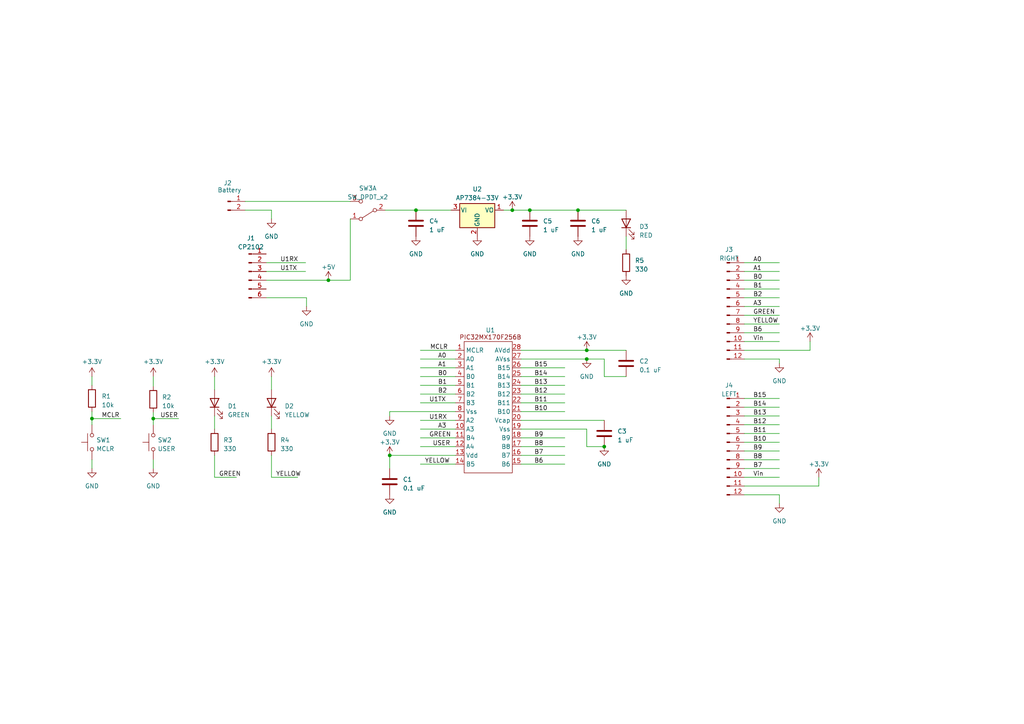
<source format=kicad_sch>
(kicad_sch (version 20230121) (generator eeschema)
  (paper "A4")
  (lib_symbols
    (symbol "Connector:Conn_01x02_Pin" (pin_names (offset 1.016) hide)
      (property "Reference" "J" (at 0 2.54 0))
      (property "Value" "Conn_01x02_Pin" (at 0 -5.08 0))
      (symbol "Conn_01x02_Pin_1_1"
        (polyline (pts (xy 1.27 -2.54) (xy 0.8636 -2.54)) (stroke (width 0.1524)))
        (polyline (pts (xy 1.27 0) (xy 0.8636 0)) (stroke (width 0.1524)))
        (rectangle (start 0.8636 -2.413) (end 0 -2.667) (stroke (width 0.1524)) (fill (type outline)))
        (rectangle (start 0.8636 0.127) (end 0 -0.127) (stroke (width 0.1524)) (fill (type outline)))
        (pin passive line (at 5.08 0 180) (length 3.81) (name "Pin_1") (number "1"))
        (pin passive line (at 5.08 -2.54 180) (length 3.81) (name "Pin_2") (number "2"))
      )
    )
    (symbol "Connector:Conn_01x12_Pin" (pin_names (offset 1.016) hide)
      (property "Reference" "J" (at 0 15.24 0))
      (property "Value" "Conn_01x12_Pin" (at 0 -17.78 0))
      (symbol "Conn_01x12_Pin_1_1"
        (polyline (pts (xy 1.27 -15.24) (xy 0.8636 -15.24)) (stroke (width 0.1524)))
        (polyline (pts (xy 1.27 -12.7) (xy 0.8636 -12.7)) (stroke (width 0.1524)))
        (polyline (pts (xy 1.27 -10.16) (xy 0.8636 -10.16)) (stroke (width 0.1524)))
        (polyline (pts (xy 1.27 -7.62) (xy 0.8636 -7.62)) (stroke (width 0.1524)))
        (polyline (pts (xy 1.27 -5.08) (xy 0.8636 -5.08)) (stroke (width 0.1524)))
        (polyline (pts (xy 1.27 -2.54) (xy 0.8636 -2.54)) (stroke (width 0.1524)))
        (polyline (pts (xy 1.27 0) (xy 0.8636 0)) (stroke (width 0.1524)))
        (polyline (pts (xy 1.27 2.54) (xy 0.8636 2.54)) (stroke (width 0.1524)))
        (polyline (pts (xy 1.27 5.08) (xy 0.8636 5.08)) (stroke (width 0.1524)))
        (polyline (pts (xy 1.27 7.62) (xy 0.8636 7.62)) (stroke (width 0.1524)))
        (polyline (pts (xy 1.27 10.16) (xy 0.8636 10.16)) (stroke (width 0.1524)))
        (polyline (pts (xy 1.27 12.7) (xy 0.8636 12.7)) (stroke (width 0.1524)))
        (rectangle (start 0.8636 -15.113) (end 0 -15.367) (stroke (width 0.1524)) (fill (type outline)))
        (rectangle (start 0.8636 -12.573) (end 0 -12.827) (stroke (width 0.1524)) (fill (type outline)))
        (rectangle (start 0.8636 -10.033) (end 0 -10.287) (stroke (width 0.1524)) (fill (type outline)))
        (rectangle (start 0.8636 -7.493) (end 0 -7.747) (stroke (width 0.1524)) (fill (type outline)))
        (rectangle (start 0.8636 -4.953) (end 0 -5.207) (stroke (width 0.1524)) (fill (type outline)))
        (rectangle (start 0.8636 -2.413) (end 0 -2.667) (stroke (width 0.1524)) (fill (type outline)))
        (rectangle (start 0.8636 0.127) (end 0 -0.127) (stroke (width 0.1524)) (fill (type outline)))
        (rectangle (start 0.8636 2.667) (end 0 2.413) (stroke (width 0.1524)) (fill (type outline)))
        (rectangle (start 0.8636 5.207) (end 0 4.953) (stroke (width 0.1524)) (fill (type outline)))
        (rectangle (start 0.8636 7.747) (end 0 7.493) (stroke (width 0.1524)) (fill (type outline)))
        (rectangle (start 0.8636 10.287) (end 0 10.033) (stroke (width 0.1524)) (fill (type outline)))
        (rectangle (start 0.8636 12.827) (end 0 12.573) (stroke (width 0.1524)) (fill (type outline)))
        (pin passive line (at 5.08 12.7 180) (length 3.81) (name "Pin_1") (number "1"))
        (pin passive line (at 5.08 -10.16 180) (length 3.81) (name "Pin_10") (number "10"))
        (pin passive line (at 5.08 -12.7 180) (length 3.81) (name "Pin_11") (number "11"))
        (pin passive line (at 5.08 -15.24 180) (length 3.81) (name "Pin_12") (number "12"))
        (pin passive line (at 5.08 10.16 180) (length 3.81) (name "Pin_2") (number "2"))
        (pin passive line (at 5.08 7.62 180) (length 3.81) (name "Pin_3") (number "3"))
        (pin passive line (at 5.08 5.08 180) (length 3.81) (name "Pin_4") (number "4"))
        (pin passive line (at 5.08 2.54 180) (length 3.81) (name "Pin_5") (number "5"))
        (pin passive line (at 5.08 0 180) (length 3.81) (name "Pin_6") (number "6"))
        (pin passive line (at 5.08 -2.54 180) (length 3.81) (name "Pin_7") (number "7"))
        (pin passive line (at 5.08 -5.08 180) (length 3.81) (name "Pin_8") (number "8"))
        (pin passive line (at 5.08 -7.62 180) (length 3.81) (name "Pin_9") (number "9"))
      )
    )
    (symbol "Device:C" (pin_numbers hide) (pin_names (offset 0.254))
      (property "Reference" "C" (at 0.635 2.54 0))
      (property "Value" "C" (at 0.635 -2.54 0))
      (symbol "C_0_1"
        (polyline (pts (xy -2.032 -0.762) (xy 2.032 -0.762)) (stroke (width 0.508)))
        (polyline (pts (xy -2.032 0.762) (xy 2.032 0.762)) (stroke (width 0.508)))
      )
      (symbol "C_1_1"
        (pin passive line (at 0 3.81 270) (length 2.794) (name "~") (number "1"))
        (pin passive line (at 0 -3.81 90) (length 2.794) (name "~") (number "2"))
      )
    )
    (symbol "Device:LED" (pin_numbers hide) (pin_names (offset 1.016) hide)
      (property "Reference" "D" (at 0 2.54 0))
      (property "Value" "LED" (at 0 -2.54 0))
      (symbol "LED_0_1"
        (polyline (pts (xy -1.27 -1.27) (xy -1.27 1.27)) (stroke (width 0.254)))
        (polyline (pts (xy -1.27 0) (xy 1.27 0)))
        (polyline (pts (xy 1.27 -1.27) (xy 1.27 1.27) (xy -1.27 0) (xy 1.27 -1.27)) (stroke (width 0.254)))
        (polyline (pts (xy -3.048 -0.762) (xy -4.572 -2.286) (xy -3.81 -2.286) (xy -4.572 -2.286) (xy -4.572 -1.524)))
        (polyline (pts (xy -1.778 -0.762) (xy -3.302 -2.286) (xy -2.54 -2.286) (xy -3.302 -2.286) (xy -3.302 -1.524)))
      )
      (symbol "LED_1_1"
        (pin passive line (at -3.81 0 0) (length 2.54) (name "K") (number "1"))
        (pin passive line (at 3.81 0 180) (length 2.54) (name "A") (number "2"))
      )
    )
    (symbol "Device:R" (pin_numbers hide) (pin_names (offset 0))
      (property "Reference" "R" (at 2.032 0 90))
      (property "Value" "R" (at 0 0 90))
      (symbol "R_0_1"
        (rectangle (start -1.016 -2.54) (end 1.016 2.54) (stroke (width 0.254)))
      )
      (symbol "R_1_1"
        (pin passive line (at 0 3.81 270) (length 1.27) (name "~") (number "1"))
        (pin passive line (at 0 -3.81 90) (length 1.27) (name "~") (number "2"))
      )
    )
    (symbol "Switch:SW_DPDT_x2" (pin_names (offset 0) hide)
      (property "Reference" "SW" (at 0 4.318 0))
      (property "Value" "SW_DPDT_x2" (at 0 -5.08 0))
      (symbol "SW_DPDT_x2_0_0"
        (circle (center -2.032 0) (radius 0.508))
        (circle (center 2.032 -2.54) (radius 0.508))
      )
      (symbol "SW_DPDT_x2_0_1"
        (polyline (pts (xy -1.524 0.254) (xy 1.651 2.286)))
        (circle (center 2.032 2.54) (radius 0.508))
      )
      (symbol "SW_DPDT_x2_1_1"
        (pin passive line (at 5.08 2.54 180) (length 2.54) (name "A") (number "1"))
        (pin passive line (at -5.08 0 0) (length 2.54) (name "B") (number "2"))
        (pin passive line (at 5.08 -2.54 180) (length 2.54) (name "C") (number "3"))
      )
      (symbol "SW_DPDT_x2_2_1"
        (pin passive line (at 5.08 2.54 180) (length 2.54) (name "A") (number "4"))
        (pin passive line (at -5.08 0 0) (length 2.54) (name "B") (number "5"))
        (pin passive line (at 5.08 -2.54 180) (length 2.54) (name "C") (number "6"))
      )
    )
    (symbol "Switch:SW_Push" (pin_numbers hide) (pin_names (offset 1.016) hide)
      (property "Reference" "SW" (at 1.27 2.54 0))
      (property "Value" "SW_Push" (at 0 -1.524 0))
      (symbol "SW_Push_0_1"
        (circle (center -2.032 0) (radius 0.508))
        (polyline (pts (xy 0 1.27) (xy 0 3.048)))
        (polyline (pts (xy 2.54 1.27) (xy -2.54 1.27)))
        (circle (center 2.032 0) (radius 0.508))
        (pin passive line (at -5.08 0 0) (length 2.54) (name "1") (number "1"))
        (pin passive line (at 5.08 0 180) (length 2.54) (name "2") (number "2"))
      )
    )
    (symbol "hw4:AP7384-33V" (pin_names (offset 0.254))
      (property "Reference" "U" (at -3.81 3.175 0))
      (property "Value" "AP7384-33V" (at 0 3.175 0))
      (symbol "AP7384-33V_0_1"
        (rectangle (start -5.08 1.905) (end 5.08 -5.08) (stroke (width 0.254)) (fill (type background)))
      )
      (symbol "AP7384-33V_1_1"
        (pin power_out line (at 7.62 0 180) (length 2.54) (name "VO") (number "1"))
        (pin power_in line (at 0 -7.62 90) (length 2.54) (name "GND") (number "2"))
        (pin power_in line (at -7.62 0 0) (length 2.54) (name "VI") (number "3"))
      )
    )
    (symbol "hw4:Conn_01x06_Pin" (pin_names (offset 1.016) hide)
      (property "Reference" "J" (at 1.27 11.43 0))
      (property "Value" "CP2102" (at 1.27 8.89 0))
      (symbol "Conn_01x06_Pin_1_1"
        (polyline (pts (xy 1.27 -7.62) (xy 0.8636 -7.62)) (stroke (width 0.1524)))
        (polyline (pts (xy 1.27 -5.08) (xy 0.8636 -5.08)) (stroke (width 0.1524)))
        (polyline (pts (xy 1.27 -2.54) (xy 0.8636 -2.54)) (stroke (width 0.1524)))
        (polyline (pts (xy 1.27 0) (xy 0.8636 0)) (stroke (width 0.1524)))
        (polyline (pts (xy 1.27 2.54) (xy 0.8636 2.54)) (stroke (width 0.1524)))
        (polyline (pts (xy 1.27 5.08) (xy 0.8636 5.08)) (stroke (width 0.1524)))
        (rectangle (start 0.8636 -7.493) (end 0 -7.747) (stroke (width 0.1524)) (fill (type outline)))
        (rectangle (start 0.8636 -4.953) (end 0 -5.207) (stroke (width 0.1524)) (fill (type outline)))
        (rectangle (start 0.8636 -2.413) (end 0 -2.667) (stroke (width 0.1524)) (fill (type outline)))
        (rectangle (start 0.8636 0.127) (end 0 -0.127) (stroke (width 0.1524)) (fill (type outline)))
        (rectangle (start 0.8636 2.667) (end 0 2.413) (stroke (width 0.1524)) (fill (type outline)))
        (rectangle (start 0.8636 5.207) (end 0 4.953) (stroke (width 0.1524)) (fill (type outline)))
        (pin passive line (at 5.08 5.08 180) (length 3.81) (name "Pin_1") (number "1"))
        (pin passive line (at 5.08 2.54 180) (length 3.81) (name "Pin_2") (number "2"))
        (pin passive line (at 5.08 0 180) (length 3.81) (name "Pin_3") (number "3"))
        (pin passive line (at 5.08 -2.54 180) (length 3.81) (name "Pin_4") (number "4"))
        (pin passive line (at 5.08 -5.08 180) (length 3.81) (name "Pin_5") (number "5"))
        (pin passive line (at 5.08 -7.62 180) (length 3.81) (name "Pin_6") (number "6"))
      )
    )
    (symbol "hw4:PIC32"
      (property "Reference" "U1" (at 1.27 21.59 0))
      (symbol "PIC32_1_1"
        (rectangle (start -6.35 17.78) (end 7.62 -20.32))
        (text "PIC32MX170F256B" (at 1.27 19.05 0) (effects (font (size 1.27 1.27))))
        (pin input line (at -8.89 15.24 0) (length 2.54) (name "MCLR") (number "1"))
        (pin input line (at -8.89 -7.62 0) (length 2.54) (name "A3") (number "10"))
        (pin input line (at -8.89 -10.16 0) (length 2.54) (name "B4") (number "11"))
        (pin input line (at -8.89 -12.7 0) (length 2.54) (name "A4") (number "12"))
        (pin input line (at -8.89 -15.24 0) (length 2.54) (name "Vdd") (number "13"))
        (pin input line (at -8.89 -17.78 0) (length 2.54) (name "B5") (number "14"))
        (pin input line (at 10.16 -17.78 180) (length 2.54) (name "B6") (number "15"))
        (pin input line (at 10.16 -15.24 180) (length 2.54) (name "B7") (number "16"))
        (pin input line (at 10.16 -12.7 180) (length 2.54) (name "B8") (number "17"))
        (pin input line (at 10.16 -10.16 180) (length 2.54) (name "B9") (number "18"))
        (pin input line (at 10.16 -7.62 180) (length 2.54) (name "Vss") (number "19"))
        (pin input line (at -8.89 12.7 0) (length 2.54) (name "A0") (number "2"))
        (pin input line (at 10.16 -5.08 180) (length 2.54) (name "Vcap") (number "20"))
        (pin input line (at 10.16 -2.54 180) (length 2.54) (name "B10") (number "21"))
        (pin input line (at 10.16 0 180) (length 2.54) (name "B11") (number "22"))
        (pin input line (at 10.16 2.54 180) (length 2.54) (name "B12") (number "23"))
        (pin input line (at 10.16 5.08 180) (length 2.54) (name "B13") (number "24"))
        (pin input line (at 10.16 7.62 180) (length 2.54) (name "B14") (number "25"))
        (pin input line (at 10.16 10.16 180) (length 2.54) (name "B15") (number "26"))
        (pin input line (at 10.16 12.7 180) (length 2.54) (name "AVss") (number "27"))
        (pin input line (at 10.16 15.24 180) (length 2.54) (name "AVdd") (number "28"))
        (pin input line (at -8.89 10.16 0) (length 2.54) (name "A1") (number "3"))
        (pin input line (at -8.89 7.62 0) (length 2.54) (name "B0") (number "4"))
        (pin input line (at -8.89 5.08 0) (length 2.54) (name "B1") (number "5"))
        (pin input line (at -8.89 2.54 0) (length 2.54) (name "B2") (number "6"))
        (pin input line (at -8.89 0 0) (length 2.54) (name "B3") (number "7"))
        (pin input line (at -8.89 -2.54 0) (length 2.54) (name "Vss") (number "8"))
        (pin input line (at -8.89 -5.08 0) (length 2.54) (name "A2") (number "9"))
      )
    )
    (symbol "power:+3.3V" (power) (pin_names (offset 0))
      (property "Value" "+3.3V" (at 0 3.556 0))
      (symbol "+3.3V_0_1"
        (polyline (pts (xy -0.762 1.27) (xy 0 2.54)))
        (polyline (pts (xy 0 0) (xy 0 2.54)))
        (polyline (pts (xy 0 2.54) (xy 0.762 1.27)))
      )
      (symbol "+3.3V_1_1"
        (pin power_in line (at 0 0 90) (length 0) hide (name "+3.3V") (number "1"))
      )
    )
    (symbol "power:+5V" (power) (pin_names (offset 0))
      (property "Value" "+5V" (at 0 3.556 0))
      (symbol "+5V_0_1"
        (polyline (pts (xy -0.762 1.27) (xy 0 2.54)))
        (polyline (pts (xy 0 0) (xy 0 2.54)))
        (polyline (pts (xy 0 2.54) (xy 0.762 1.27)))
      )
      (symbol "+5V_1_1"
        (pin power_in line (at 0 0 90) (length 0) hide (name "+5V") (number "1"))
      )
    )
    (symbol "power:GND" (power) (pin_names (offset 0))
      (property "Value" "GND" (at 0 -3.81 0))
      (symbol "GND_0_1"
        (polyline (pts (xy 0 0) (xy 0 -1.27) (xy 1.27 -1.27) (xy 0 -2.54) (xy -1.27 -1.27) (xy 0 -1.27)))
      )
      (symbol "GND_1_1"
        (pin power_in line (at 0 0 270) (length 0) hide (name "GND") (number "1"))
      )
    )
  )
  (junction (at 44.45 121.412))
  (junction (at 153.67 60.96))
  (junction (at 148.59 60.96))
  (junction (at 120.65 60.96))
  (junction (at 95.25 81.28))
  (junction (at 113.03 132.08))
  (junction (at 175.26 129.54))
  (junction (at 170.18 104.14))
  (junction (at 167.64 60.96))
  (junction (at 170.18 101.6))
  (junction (at 26.67 121.412))
  (wire (pts (xy 62.23 138.43) (xy 68.58 138.43)))
  (wire (pts (xy 121.92 116.84) (xy 132.08 116.84)))
  (wire (pts (xy 121.92 101.6) (xy 132.08 101.6)))
  (wire (pts (xy 121.92 134.62) (xy 132.08 134.62)))
  (wire (pts (xy 78.74 60.96) (xy 78.74 63.5)))
  (wire (pts (xy 113.03 119.38) (xy 113.03 120.65)))
  (wire (pts (xy 215.9 123.19) (xy 226.06 123.19)))
  (wire (pts (xy 121.92 114.3) (xy 132.08 114.3)))
  (wire (pts (xy 26.67 109.22) (xy 26.67 111.76)))
  (wire (pts (xy 151.13 101.6) (xy 170.18 101.6)))
  (wire (pts (xy 151.13 106.68) (xy 163.83 106.68)))
  (wire (pts (xy 44.45 121.412) (xy 51.816 121.412)))
  (wire (pts (xy 170.18 124.46) (xy 170.18 129.54)))
  (wire (pts (xy 151.13 111.76) (xy 163.83 111.76)))
  (wire (pts (xy 226.06 143.51) (xy 226.06 146.05)))
  (wire (pts (xy 215.9 125.73) (xy 226.06 125.73)))
  (wire (pts (xy 170.18 104.14) (xy 175.26 104.14)))
  (wire (pts (xy 26.67 121.412) (xy 26.67 123.19)))
  (wire (pts (xy 215.9 81.28) (xy 226.06 81.28)))
  (wire (pts (xy 215.9 93.98) (xy 226.06 93.98)))
  (wire (pts (xy 215.9 133.35) (xy 226.06 133.35)))
  (wire (pts (xy 62.23 120.65) (xy 62.23 124.46)))
  (wire (pts (xy 226.06 104.14) (xy 226.06 105.41)))
  (wire (pts (xy 121.92 121.92) (xy 132.08 121.92)))
  (wire (pts (xy 71.12 60.96) (xy 78.74 60.96)))
  (wire (pts (xy 151.13 132.08) (xy 163.83 132.08)))
  (wire (pts (xy 175.26 104.14) (xy 175.26 109.22)))
  (wire (pts (xy 44.45 109.22) (xy 44.45 112.014)))
  (wire (pts (xy 234.95 99.06) (xy 234.95 101.6)))
  (wire (pts (xy 215.9 83.82) (xy 226.06 83.82)))
  (wire (pts (xy 77.216 78.74) (xy 88.646 78.74)))
  (wire (pts (xy 88.9 86.36) (xy 88.9 88.9)))
  (wire (pts (xy 111.76 60.96) (xy 120.65 60.96)))
  (wire (pts (xy 215.9 128.27) (xy 226.06 128.27)))
  (wire (pts (xy 215.9 91.44) (xy 226.06 91.44)))
  (wire (pts (xy 26.67 119.38) (xy 26.67 121.412)))
  (wire (pts (xy 215.9 115.57) (xy 226.06 115.57)))
  (wire (pts (xy 44.45 133.35) (xy 44.45 135.89)))
  (wire (pts (xy 44.45 119.634) (xy 44.45 121.412)))
  (wire (pts (xy 215.9 118.11) (xy 226.06 118.11)))
  (wire (pts (xy 151.13 116.84) (xy 163.83 116.84)))
  (wire (pts (xy 215.9 78.74) (xy 226.06 78.74)))
  (wire (pts (xy 151.13 121.92) (xy 175.26 121.92)))
  (wire (pts (xy 175.26 109.22) (xy 181.61 109.22)))
  (wire (pts (xy 120.65 60.96) (xy 130.81 60.96)))
  (wire (pts (xy 215.9 130.81) (xy 226.06 130.81)))
  (wire (pts (xy 62.23 132.08) (xy 62.23 138.43)))
  (wire (pts (xy 78.74 109.22) (xy 78.74 113.03)))
  (wire (pts (xy 71.12 58.42) (xy 101.6 58.42)))
  (wire (pts (xy 62.23 109.22) (xy 62.23 113.03)))
  (wire (pts (xy 77.216 81.28) (xy 95.25 81.28)))
  (wire (pts (xy 151.13 124.46) (xy 170.18 124.46)))
  (wire (pts (xy 78.74 120.65) (xy 78.74 124.46)))
  (wire (pts (xy 215.9 86.36) (xy 226.06 86.36)))
  (wire (pts (xy 215.9 135.89) (xy 226.06 135.89)))
  (wire (pts (xy 151.13 114.3) (xy 163.83 114.3)))
  (wire (pts (xy 121.92 106.68) (xy 132.08 106.68)))
  (wire (pts (xy 237.49 138.43) (xy 237.49 140.97)))
  (wire (pts (xy 153.67 60.96) (xy 167.64 60.96)))
  (wire (pts (xy 121.92 109.22) (xy 132.08 109.22)))
  (wire (pts (xy 121.92 127) (xy 132.08 127)))
  (wire (pts (xy 215.9 120.65) (xy 226.06 120.65)))
  (wire (pts (xy 167.64 60.96) (xy 181.61 60.96)))
  (wire (pts (xy 215.9 101.6) (xy 234.95 101.6)))
  (wire (pts (xy 215.9 99.06) (xy 226.06 99.06)))
  (wire (pts (xy 215.9 138.43) (xy 226.06 138.43)))
  (wire (pts (xy 121.92 111.76) (xy 132.08 111.76)))
  (wire (pts (xy 215.9 104.14) (xy 226.06 104.14)))
  (wire (pts (xy 151.13 129.54) (xy 163.83 129.54)))
  (wire (pts (xy 78.74 138.43) (xy 86.36 138.43)))
  (wire (pts (xy 170.18 101.6) (xy 181.61 101.6)))
  (wire (pts (xy 151.13 134.62) (xy 163.83 134.62)))
  (wire (pts (xy 121.92 129.54) (xy 132.08 129.54)))
  (wire (pts (xy 215.9 140.97) (xy 237.49 140.97)))
  (wire (pts (xy 146.05 60.96) (xy 148.59 60.96)))
  (wire (pts (xy 78.74 132.08) (xy 78.74 138.43)))
  (wire (pts (xy 121.92 124.46) (xy 132.08 124.46)))
  (wire (pts (xy 215.9 143.51) (xy 226.06 143.51)))
  (wire (pts (xy 77.216 86.36) (xy 88.9 86.36)))
  (wire (pts (xy 148.59 60.96) (xy 153.67 60.96)))
  (wire (pts (xy 113.03 132.08) (xy 113.03 135.89)))
  (wire (pts (xy 26.67 121.412) (xy 35.052 121.412)))
  (wire (pts (xy 95.25 81.28) (xy 101.6 81.28)))
  (wire (pts (xy 151.13 109.22) (xy 163.83 109.22)))
  (wire (pts (xy 181.61 68.58) (xy 181.61 72.39)))
  (wire (pts (xy 113.03 132.08) (xy 132.08 132.08)))
  (wire (pts (xy 121.92 104.14) (xy 132.08 104.14)))
  (wire (pts (xy 215.9 76.2) (xy 226.06 76.2)))
  (wire (pts (xy 151.13 119.38) (xy 163.83 119.38)))
  (wire (pts (xy 113.03 119.38) (xy 132.08 119.38)))
  (wire (pts (xy 151.13 127) (xy 163.83 127)))
  (wire (pts (xy 101.6 63.5) (xy 101.6 81.28)))
  (wire (pts (xy 215.9 88.9) (xy 226.06 88.9)))
  (wire (pts (xy 215.9 96.52) (xy 226.06 96.52)))
  (wire (pts (xy 175.26 129.54) (xy 170.18 129.54)))
  (wire (pts (xy 26.67 133.35) (xy 26.67 135.89)))
  (wire (pts (xy 151.13 104.14) (xy 170.18 104.14)))
  (wire (pts (xy 44.45 121.412) (xy 44.45 123.19)))
  (wire (pts (xy 77.216 76.2) (xy 88.646 76.2)))
  (label "USER" (at 125.476 129.54 0))
  (label "YELLOW" (at 218.44 93.98 0))
  (label "B6" (at 154.94 134.62 0))
  (label "U1TX" (at 81.28 78.74 0))
  (label "B6" (at 218.44 96.52 0))
  (label "B8" (at 218.44 133.35 0))
  (label "B11" (at 154.94 116.84 0))
  (label "B2" (at 218.44 86.36 0))
  (label "A1" (at 127 106.68 0))
  (label "A0" (at 218.44 76.2 0))
  (label "B15" (at 218.44 115.57 0))
  (label "B11" (at 218.44 125.73 0))
  (label "B7" (at 218.44 135.89 0))
  (label "U1RX" (at 124.46 121.92 0))
  (label "USER" (at 46.482 121.412 0))
  (label "B1" (at 218.44 83.82 0))
  (label "B9" (at 218.44 130.81 0))
  (label "B0" (at 127 109.22 0))
  (label "B12" (at 218.44 123.19 0))
  (label "GREEN" (at 63.5 138.43 0))
  (label "A3" (at 127 124.46 0))
  (label "MCLR" (at 124.714 101.6 0))
  (label "U1RX" (at 81.28 76.2 0))
  (label "U1TX" (at 124.46 116.84 0))
  (label "YELLOW" (at 123.19 134.62 0))
  (label "B0" (at 218.44 81.28 0))
  (label "B7" (at 154.94 132.08 0))
  (label "B8" (at 154.94 129.54 0))
  (label "B13" (at 154.94 111.76 0))
  (label "B15" (at 154.94 106.68 0))
  (label "B2" (at 127 114.3 0))
  (label "GREEN" (at 124.46 127 0))
  (label "GREEN" (at 218.44 91.44 0))
  (label "B13" (at 218.44 120.65 0))
  (label "YELLOW" (at 80.01 138.43 0))
  (label "B14" (at 154.94 109.22 0))
  (label "Vin" (at 218.44 99.06 0))
  (label "A1" (at 218.44 78.74 0))
  (label "B1" (at 127 111.76 0))
  (label "B9" (at 154.94 127 0))
  (label "Vin" (at 218.44 138.43 0))
  (label "MCLR" (at 29.464 121.412 0))
  (label "A3" (at 218.44 88.9 0))
  (label "A0" (at 127 104.14 0))
  (label "B10" (at 218.44 128.27 0))
  (label "B14" (at 218.44 118.11 0))
  (label "B12" (at 154.94 114.3 0))
  (label "B10" (at 154.94 119.38 0))
  (symbol (lib_id "Device:R") (at 44.45 115.824 0) (unit 1)
    (property "Reference" "R2" (at 46.99 115.189 0) (effects (justify left)))
    (property "Value" "10k" (at 46.99 117.729 0) (effects (justify left)))
    (property "Footprint" "Resistor_THT:R_Axial_DIN0207_L6.3mm_D2.5mm_P7.62mm_Horizontal" (effects hide))
  )
  (symbol (lib_id "power:+3.3V") (at 78.74 109.22 0) (unit 1)
    (property "Reference" "#PWR04" (effects hide))
    (property "Value" "+3.3V" (at 78.74 104.902 0))
  )
  (symbol (lib_id "power:GND") (at 120.65 68.58 0) (unit 1)
    (property "Reference" "#PWR015" (effects hide))
    (property "Value" "GND" (at 120.65 73.66 0))
  )
  (symbol (lib_id "power:+3.3V") (at 26.67 109.22 0) (unit 1)
    (property "Reference" "#PWR01" (effects hide))
    (property "Value" "+3.3V" (at 26.67 104.902 0))
  )
  (symbol (lib_id "power:GND") (at 181.61 80.01 0) (unit 1)
    (property "Reference" "#PWR020" (effects hide))
    (property "Value" "GND" (at 181.61 85.09 0))
  )
  (symbol (lib_id "power:GND") (at 153.67 68.58 0) (unit 1)
    (property "Reference" "#PWR018" (effects hide))
    (property "Value" "GND" (at 153.67 73.66 0))
  )
  (symbol (lib_id "power:GND") (at 78.74 63.5 0) (unit 1)
    (property "Reference" "#PWR021" (effects hide))
    (property "Value" "GND" (at 78.74 68.58 0))
  )
  (symbol (lib_id "hw4:AP7384-33V") (at 138.43 60.96 0) (unit 1)
    (property "Reference" "U2" (at 138.43 54.864 0))
    (property "Value" "AP7384-33V" (at 138.43 57.404 0))
    (property "Footprint" "Package_TO_SOT_THT:TO-92L_Inline" (effects hide))
  )
  (symbol (lib_id "Switch:SW_Push") (at 26.67 128.27 90) (unit 1)
    (property "Reference" "SW1" (at 27.94 127.635 90) (effects (justify right)))
    (property "Value" "MCLR" (at 27.94 130.175 90) (effects (justify right)))
    (property "Footprint" "pic32 board:pb" (effects hide))
  )
  (symbol (lib_id "power:GND") (at 138.43 68.58 0) (unit 1)
    (property "Reference" "#PWR016" (effects hide))
    (property "Value" "GND" (at 138.43 73.66 0))
  )
  (symbol (lib_id "Connector:Conn_01x12_Pin") (at 210.82 88.9 0) (unit 1)
    (property "Reference" "J3" (at 211.455 72.39 0))
    (property "Value" "RIGHT" (at 211.455 74.93 0))
    (property "Footprint" "Connector_PinSocket_2.54mm:PinSocket_1x12_P2.54mm_Vertical" (effects hide))
  )
  (symbol (lib_id "power:+3.3V") (at 237.49 138.43 0) (unit 1)
    (property "Reference" "#PWR022" (effects hide))
    (property "Value" "+3.3V" (at 237.49 134.62 0))
  )
  (symbol (lib_id "Device:R") (at 62.23 128.27 0) (unit 1)
    (property "Reference" "R3" (at 64.77 127.635 0) (effects (justify left)))
    (property "Value" "330" (at 64.77 130.175 0) (effects (justify left)))
    (property "Footprint" "Resistor_THT:R_Axial_DIN0207_L6.3mm_D2.5mm_P7.62mm_Horizontal" (effects hide))
  )
  (symbol (lib_id "Device:R") (at 26.67 115.57 0) (unit 1)
    (property "Reference" "R1" (at 29.464 114.935 0) (effects (justify left)))
    (property "Value" "10k" (at 29.464 117.475 0) (effects (justify left)))
    (property "Footprint" "Resistor_THT:R_Axial_DIN0207_L6.3mm_D2.5mm_P7.62mm_Horizontal" (effects hide))
  )
  (symbol (lib_id "Device:R") (at 78.74 128.27 0) (unit 1)
    (property "Reference" "R4" (at 81.28 127.635 0) (effects (justify left)))
    (property "Value" "330" (at 81.28 130.175 0) (effects (justify left)))
    (property "Footprint" "Resistor_THT:R_Axial_DIN0207_L6.3mm_D2.5mm_P7.62mm_Horizontal" (effects hide))
  )
  (symbol (lib_id "Switch:SW_Push") (at 44.45 128.27 90) (unit 1)
    (property "Reference" "SW2" (at 45.72 127.635 90) (effects (justify right)))
    (property "Value" "USER" (at 45.72 130.175 90) (effects (justify right)))
    (property "Footprint" "pic32 board:pb" (effects hide))
  )
  (symbol (lib_id "power:GND") (at 88.9 88.9 0) (unit 1)
    (property "Reference" "#PWR08" (effects hide))
    (property "Value" "GND" (at 88.9 93.98 0))
  )
  (symbol (lib_id "Connector:Conn_01x12_Pin") (at 210.82 128.27 0) (unit 1)
    (property "Reference" "J4" (at 211.455 111.76 0))
    (property "Value" "LEFT" (at 211.455 114.3 0))
    (property "Footprint" "Connector_PinSocket_2.54mm:PinSocket_1x12_P2.54mm_Vertical" (effects hide))
  )
  (symbol (lib_id "power:+3.3V") (at 62.23 109.22 0) (unit 1)
    (property "Reference" "#PWR03" (effects hide))
    (property "Value" "+3.3V" (at 62.23 104.902 0))
  )
  (symbol (lib_id "Device:C") (at 175.26 125.73 0) (unit 1)
    (property "Reference" "C3" (at 179.07 125.095 0) (effects (justify left)))
    (property "Value" "1 uF" (at 179.07 127.635 0) (effects (justify left)))
    (property "Footprint" "Capacitor_THT:C_Disc_D5.1mm_W3.2mm_P5.00mm" (effects hide))
  )
  (symbol (lib_id "Switch:SW_DPDT_x2") (at 106.68 60.96 180) (unit 1)
    (property "Reference" "SW3" (at 106.68 54.61 0))
    (property "Value" "SW_DPDT_x2" (at 106.68 57.15 0))
    (property "Footprint" "pic32 board:slidesw2" (effects hide))
  )
  (symbol (lib_id "power:+5V") (at 95.25 81.28 0) (unit 1)
    (property "Reference" "#PWR09" (effects hide))
    (property "Value" "+5V" (at 95.25 77.47 0))
  )
  (symbol (lib_id "Device:C") (at 120.65 64.77 0) (unit 1)
    (property "Reference" "C4" (at 124.46 64.135 0) (effects (justify left)))
    (property "Value" "1 uF" (at 124.46 66.675 0) (effects (justify left)))
    (property "Footprint" "Capacitor_THT:C_Disc_D5.1mm_W3.2mm_P5.00mm" (effects hide))
  )
  (symbol (lib_id "power:+3.3V") (at 113.03 132.08 0) (unit 1)
    (property "Reference" "#PWR011" (effects hide))
    (property "Value" "+3.3V" (at 113.03 128.27 0))
  )
  (symbol (lib_id "Connector:Conn_01x02_Pin") (at 66.04 58.42 0) (unit 1)
    (property "Reference" "J2" (at 66.04 53.086 0))
    (property "Value" "Battery" (at 66.548 55.118 0))
    (property "Footprint" "Connector_PinSocket_2.54mm:PinSocket_1x02_P2.54mm_Vertical" (effects hide))
  )
  (symbol (lib_id "power:+3.3V") (at 170.18 101.6 0) (unit 1)
    (property "Reference" "#PWR012" (effects hide))
    (property "Value" "+3.3V" (at 170.18 97.79 0))
  )
  (symbol (lib_id "hw4:Conn_01x06_Pin") (at 72.136 78.74 0) (unit 1)
    (property "Reference" "J1" (at 72.771 69.088 0))
    (property "Value" "CP2102" (at 72.771 71.628 0))
    (property "Footprint" "Connector_PinSocket_2.54mm:PinSocket_1x06_P2.54mm_Vertical" (effects hide))
  )
  (symbol (lib_id "power:GND") (at 113.03 120.65 0) (unit 1)
    (property "Reference" "#PWR07" (effects hide))
    (property "Value" "GND" (at 113.03 125.73 0))
  )
  (symbol (lib_id "power:GND") (at 226.06 105.41 0) (unit 1)
    (property "Reference" "#PWR025" (effects hide))
    (property "Value" "GND" (at 226.06 110.49 0))
  )
  (symbol (lib_id "power:GND") (at 26.67 135.89 0) (unit 1)
    (property "Reference" "#PWR05" (effects hide))
    (property "Value" "GND" (at 26.67 140.97 0))
  )
  (symbol (lib_id "Device:LED") (at 78.74 116.84 90) (unit 1)
    (property "Reference" "D2" (at 82.55 117.7925 90) (effects (justify right)))
    (property "Value" "YELLOW" (at 82.55 120.3325 90) (effects (justify right)))
    (property "Footprint" "LED_THT:LED_D3.0mm" (effects hide))
  )
  (symbol (lib_id "power:+3.3V") (at 234.95 99.06 0) (unit 1)
    (property "Reference" "#PWR024" (effects hide))
    (property "Value" "+3.3V" (at 234.95 95.25 0))
  )
  (symbol (lib_id "Device:C") (at 153.67 64.77 0) (unit 1)
    (property "Reference" "C5" (at 157.48 64.135 0) (effects (justify left)))
    (property "Value" "1 uF" (at 157.48 66.675 0) (effects (justify left)))
    (property "Footprint" "Capacitor_THT:C_Disc_D5.1mm_W3.2mm_P5.00mm" (effects hide))
  )
  (symbol (lib_id "Device:C") (at 167.64 64.77 0) (unit 1)
    (property "Reference" "C6" (at 171.45 64.135 0) (effects (justify left)))
    (property "Value" "1 uF" (at 171.45 66.675 0) (effects (justify left)))
    (property "Footprint" "Capacitor_THT:C_Disc_D5.1mm_W3.2mm_P5.00mm" (effects hide))
  )
  (symbol (lib_id "Device:LED") (at 62.23 116.84 90) (unit 1)
    (property "Reference" "D1" (at 66.04 117.7925 90) (effects (justify right)))
    (property "Value" "GREEN" (at 66.04 120.3325 90) (effects (justify right)))
    (property "Footprint" "LED_THT:LED_D3.0mm" (effects hide))
  )
  (symbol (lib_id "power:GND") (at 44.45 135.89 0) (unit 1)
    (property "Reference" "#PWR06" (effects hide))
    (property "Value" "GND" (at 44.45 140.97 0))
  )
  (symbol (lib_id "power:GND") (at 175.26 129.54 0) (unit 1)
    (property "Reference" "#PWR014" (effects hide))
    (property "Value" "GND" (at 175.26 134.62 0))
  )
  (symbol (lib_id "Device:C") (at 113.03 139.7 0) (unit 1)
    (property "Reference" "C1" (at 116.84 139.065 0) (effects (justify left)))
    (property "Value" "0.1 uF" (at 116.84 141.605 0) (effects (justify left)))
    (property "Footprint" "Capacitor_THT:C_Disc_D3.4mm_W2.1mm_P2.50mm" (effects hide))
  )
  (symbol (lib_id "power:GND") (at 113.03 143.51 0) (unit 1)
    (property "Reference" "#PWR010" (effects hide))
    (property "Value" "GND" (at 113.03 148.59 0))
  )
  (symbol (lib_id "power:GND") (at 226.06 146.05 0) (unit 1)
    (property "Reference" "#PWR023" (effects hide))
    (property "Value" "GND" (at 226.06 151.13 0))
  )
  (symbol (lib_id "Device:R") (at 181.61 76.2 0) (unit 1)
    (property "Reference" "R5" (at 184.15 75.565 0) (effects (justify left)))
    (property "Value" "330" (at 184.15 78.105 0) (effects (justify left)))
    (property "Footprint" "Resistor_THT:R_Axial_DIN0207_L6.3mm_D2.5mm_P7.62mm_Horizontal" (effects hide))
  )
  (symbol (lib_id "power:GND") (at 167.64 68.58 0) (unit 1)
    (property "Reference" "#PWR019" (effects hide))
    (property "Value" "GND" (at 167.64 73.66 0))
  )
  (symbol (lib_id "Device:C") (at 181.61 105.41 0) (unit 1)
    (property "Reference" "C2" (at 185.42 104.775 0) (effects (justify left)))
    (property "Value" "0.1 uF" (at 185.42 107.315 0) (effects (justify left)))
    (property "Footprint" "Capacitor_THT:C_Disc_D3.4mm_W2.1mm_P2.50mm" (effects hide))
  )
  (symbol (lib_id "Device:LED") (at 181.61 64.77 90) (unit 1)
    (property "Reference" "D3" (at 185.42 65.7225 90) (effects (justify right)))
    (property "Value" "RED" (at 185.42 68.2625 90) (effects (justify right)))
    (property "Footprint" "LED_THT:LED_D3.0mm" (effects hide))
  )
  (symbol (lib_id "power:GND") (at 170.18 104.14 0) (unit 1)
    (property "Reference" "#PWR013" (effects hide))
    (property "Value" "GND" (at 170.18 109.22 0))
  )
  (symbol (lib_id "power:+3.3V") (at 148.59 60.96 0) (unit 1)
    (property "Reference" "#PWR017" (effects hide))
    (property "Value" "+3.3V" (at 148.59 57.15 0))
  )
  (symbol (lib_id "hw4:PIC32") (at 140.97 116.84 0) (unit 1)
    (property "Reference" "U1" (at 142.24 95.758 0))
    (property "Value" "PIC32MX170F256B" (effects hide))
    (property "Footprint" "Package_DIP:DIP-28_W7.62mm_Socket" (effects hide))
  )
  (symbol (lib_id "power:+3.3V") (at 44.45 109.22 0) (unit 1)
    (property "Reference" "#PWR02" (effects hide))
    (property "Value" "+3.3V" (at 44.45 104.902 0))
  )
)
</source>
